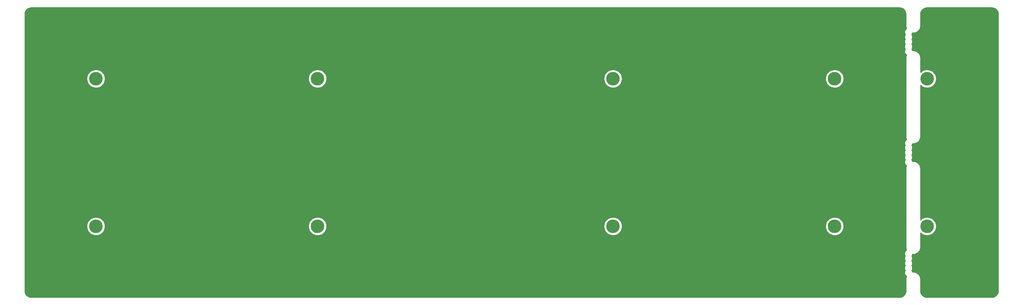
<source format=gbr>
G04 #@! TF.GenerationSoftware,KiCad,Pcbnew,(5.1.10-1-10_14)*
G04 #@! TF.CreationDate,2021-08-14T15:39:06-05:00*
G04 #@! TF.ProjectId,ori_bottom_plate,6f72695f-626f-4747-946f-6d5f706c6174,rev?*
G04 #@! TF.SameCoordinates,Original*
G04 #@! TF.FileFunction,Copper,L2,Bot*
G04 #@! TF.FilePolarity,Positive*
%FSLAX46Y46*%
G04 Gerber Fmt 4.6, Leading zero omitted, Abs format (unit mm)*
G04 Created by KiCad (PCBNEW (5.1.10-1-10_14)) date 2021-08-14 15:39:06*
%MOMM*%
%LPD*%
G01*
G04 APERTURE LIST*
G04 #@! TA.AperFunction,ComponentPad*
%ADD10C,3.500000*%
G04 #@! TD*
G04 #@! TA.AperFunction,ViaPad*
%ADD11C,0.500000*%
G04 #@! TD*
G04 #@! TA.AperFunction,Conductor*
%ADD12C,0.254000*%
G04 #@! TD*
G04 #@! TA.AperFunction,Conductor*
%ADD13C,0.100000*%
G04 #@! TD*
G04 APERTURE END LIST*
D10*
X379835826Y-97618904D03*
X379835826Y-59518936D03*
X356023346Y-97618904D03*
X356023346Y-59518936D03*
X298873394Y-97618904D03*
X298848130Y-59518936D03*
X222673458Y-97618904D03*
X222673458Y-59518936D03*
X165523506Y-97618904D03*
X165523314Y-59518904D03*
D11*
X373287865Y-49398485D03*
X385194165Y-59518840D03*
D12*
X396829101Y-41213928D02*
X397140721Y-41308012D01*
X397428128Y-41460828D01*
X397680375Y-41666557D01*
X397887864Y-41917367D01*
X398042684Y-42203701D01*
X398138940Y-42514654D01*
X398176411Y-42871163D01*
X398176410Y-114253099D01*
X398141242Y-114611772D01*
X398047158Y-114923390D01*
X397894340Y-115210799D01*
X397688613Y-115463045D01*
X397437803Y-115670534D01*
X397151469Y-115825354D01*
X396840516Y-115921610D01*
X396484017Y-115959080D01*
X379871051Y-115959080D01*
X379512378Y-115923912D01*
X379200760Y-115829828D01*
X378913351Y-115677010D01*
X378661105Y-115471283D01*
X378453616Y-115220473D01*
X378298796Y-114934139D01*
X378202540Y-114623186D01*
X378165070Y-114266687D01*
X378165070Y-111276368D01*
X378161566Y-111240790D01*
X378161566Y-111225337D01*
X378160529Y-111215478D01*
X378134627Y-110984556D01*
X378121255Y-110921644D01*
X378108749Y-110858485D01*
X378105817Y-110849015D01*
X378035555Y-110627523D01*
X378010214Y-110568399D01*
X377985683Y-110508882D01*
X377980968Y-110500161D01*
X377869023Y-110296534D01*
X377832685Y-110243464D01*
X377797055Y-110189836D01*
X377790736Y-110182198D01*
X377641371Y-110004192D01*
X377595422Y-109959196D01*
X377550051Y-109913507D01*
X377542368Y-109907242D01*
X377361273Y-109761638D01*
X377307477Y-109726435D01*
X377254078Y-109690417D01*
X377245325Y-109685763D01*
X377039398Y-109578107D01*
X376979712Y-109553992D01*
X376920411Y-109529064D01*
X376910921Y-109526199D01*
X376688005Y-109460591D01*
X376624787Y-109448531D01*
X376561756Y-109435593D01*
X376551894Y-109434626D01*
X376551890Y-109434626D01*
X376320476Y-109413566D01*
X376256161Y-109414015D01*
X376191780Y-109413566D01*
X376181914Y-109414533D01*
X376058145Y-109427542D01*
X376043676Y-109354802D01*
X375965655Y-109166444D01*
X375875622Y-109031700D01*
X375965655Y-108896956D01*
X376043676Y-108708598D01*
X376083450Y-108508639D01*
X376083450Y-108304761D01*
X376043676Y-108104802D01*
X375965655Y-107916444D01*
X375875622Y-107781700D01*
X375965655Y-107646956D01*
X376043676Y-107458598D01*
X376083450Y-107258639D01*
X376083450Y-107054761D01*
X376043676Y-106854802D01*
X375965655Y-106666444D01*
X375875622Y-106531700D01*
X375965655Y-106396956D01*
X376043676Y-106208598D01*
X376083450Y-106008639D01*
X376083450Y-105804761D01*
X376043676Y-105604802D01*
X375965655Y-105416444D01*
X375875622Y-105281700D01*
X375965655Y-105146956D01*
X376043676Y-104958598D01*
X376063033Y-104861284D01*
X376208404Y-104874514D01*
X376272719Y-104874065D01*
X376337100Y-104874514D01*
X376346966Y-104873547D01*
X376578063Y-104849258D01*
X376641100Y-104836318D01*
X376704312Y-104824260D01*
X376713802Y-104821395D01*
X376935781Y-104752681D01*
X376995101Y-104727745D01*
X377054769Y-104703637D01*
X377063522Y-104698983D01*
X377267925Y-104588462D01*
X377321234Y-104552505D01*
X377375121Y-104517242D01*
X377382803Y-104510977D01*
X377561847Y-104362858D01*
X377607165Y-104317222D01*
X377653167Y-104272174D01*
X377659486Y-104264535D01*
X377806351Y-104084461D01*
X377841969Y-104030852D01*
X377878319Y-103977764D01*
X377883034Y-103969044D01*
X377992125Y-103763873D01*
X378016646Y-103704382D01*
X378041997Y-103645233D01*
X378044928Y-103635763D01*
X378112091Y-103413310D01*
X378124579Y-103350242D01*
X378137971Y-103287238D01*
X378139007Y-103277379D01*
X378161682Y-103046118D01*
X378161682Y-103046112D01*
X378165070Y-103011712D01*
X378165070Y-99321047D01*
X378315477Y-99471454D01*
X378706105Y-99732464D01*
X379140147Y-99912250D01*
X379600924Y-100003904D01*
X380070728Y-100003904D01*
X380531505Y-99912250D01*
X380965547Y-99732464D01*
X381356175Y-99471454D01*
X381688376Y-99139253D01*
X381949386Y-98748625D01*
X382129172Y-98314583D01*
X382220826Y-97853806D01*
X382220826Y-97384002D01*
X382129172Y-96923225D01*
X381949386Y-96489183D01*
X381688376Y-96098555D01*
X381356175Y-95766354D01*
X380965547Y-95505344D01*
X380531505Y-95325558D01*
X380070728Y-95233904D01*
X379600924Y-95233904D01*
X379140147Y-95325558D01*
X378706105Y-95505344D01*
X378315477Y-95766354D01*
X378165070Y-95916761D01*
X378165070Y-82701248D01*
X378161566Y-82665670D01*
X378161566Y-82650217D01*
X378160529Y-82640358D01*
X378134627Y-82409436D01*
X378121255Y-82346524D01*
X378108749Y-82283365D01*
X378105817Y-82273895D01*
X378035555Y-82052403D01*
X378010214Y-81993279D01*
X377985683Y-81933762D01*
X377980968Y-81925041D01*
X377869023Y-81721414D01*
X377832685Y-81668344D01*
X377797055Y-81614716D01*
X377790736Y-81607078D01*
X377641371Y-81429072D01*
X377595422Y-81384076D01*
X377550051Y-81338387D01*
X377542368Y-81332122D01*
X377361273Y-81186518D01*
X377307477Y-81151315D01*
X377254078Y-81115297D01*
X377245325Y-81110643D01*
X377039398Y-81002987D01*
X376979712Y-80978872D01*
X376920411Y-80953944D01*
X376910921Y-80951079D01*
X376688005Y-80885471D01*
X376624787Y-80873411D01*
X376561756Y-80860473D01*
X376551894Y-80859506D01*
X376551890Y-80859506D01*
X376320476Y-80838446D01*
X376256161Y-80838895D01*
X376191780Y-80838446D01*
X376181914Y-80839413D01*
X376058145Y-80852422D01*
X376043676Y-80779682D01*
X375965655Y-80591324D01*
X375875622Y-80456580D01*
X375965655Y-80321836D01*
X376043676Y-80133478D01*
X376083450Y-79933519D01*
X376083450Y-79729641D01*
X376043676Y-79529682D01*
X375965655Y-79341324D01*
X375875622Y-79206580D01*
X375965655Y-79071836D01*
X376043676Y-78883478D01*
X376083450Y-78683519D01*
X376083450Y-78479641D01*
X376043676Y-78279682D01*
X375965655Y-78091324D01*
X375875622Y-77956580D01*
X375965655Y-77821836D01*
X376043676Y-77633478D01*
X376083450Y-77433519D01*
X376083450Y-77229641D01*
X376043676Y-77029682D01*
X375965655Y-76841324D01*
X375875622Y-76706580D01*
X375965655Y-76571836D01*
X376043676Y-76383478D01*
X376063033Y-76286164D01*
X376208404Y-76299394D01*
X376272719Y-76298945D01*
X376337100Y-76299394D01*
X376346966Y-76298427D01*
X376578063Y-76274138D01*
X376641100Y-76261198D01*
X376704312Y-76249140D01*
X376713802Y-76246275D01*
X376935781Y-76177561D01*
X376995101Y-76152625D01*
X377054769Y-76128517D01*
X377063522Y-76123863D01*
X377267925Y-76013342D01*
X377321234Y-75977385D01*
X377375121Y-75942122D01*
X377382803Y-75935857D01*
X377561847Y-75787738D01*
X377607165Y-75742102D01*
X377653167Y-75697054D01*
X377659486Y-75689415D01*
X377806351Y-75509341D01*
X377841969Y-75455732D01*
X377878319Y-75402644D01*
X377883034Y-75393924D01*
X377992125Y-75188753D01*
X378016646Y-75129262D01*
X378041997Y-75070113D01*
X378044928Y-75060643D01*
X378112091Y-74838190D01*
X378124579Y-74775122D01*
X378137971Y-74712118D01*
X378139007Y-74702259D01*
X378161682Y-74470998D01*
X378161682Y-74470992D01*
X378165070Y-74436592D01*
X378165070Y-61221079D01*
X378315477Y-61371486D01*
X378706105Y-61632496D01*
X379140147Y-61812282D01*
X379600924Y-61903936D01*
X380070728Y-61903936D01*
X380531505Y-61812282D01*
X380965547Y-61632496D01*
X381356175Y-61371486D01*
X381688376Y-61039285D01*
X381949386Y-60648657D01*
X382129172Y-60214615D01*
X382220826Y-59753838D01*
X382220826Y-59284034D01*
X382129172Y-58823257D01*
X381949386Y-58389215D01*
X381688376Y-57998587D01*
X381356175Y-57666386D01*
X380965547Y-57405376D01*
X380531505Y-57225590D01*
X380070728Y-57133936D01*
X379600924Y-57133936D01*
X379140147Y-57225590D01*
X378706105Y-57405376D01*
X378315477Y-57666386D01*
X378165070Y-57816793D01*
X378165070Y-54126128D01*
X378161566Y-54090550D01*
X378161566Y-54075097D01*
X378160529Y-54065238D01*
X378134627Y-53834316D01*
X378121255Y-53771404D01*
X378108749Y-53708245D01*
X378105817Y-53698775D01*
X378035555Y-53477283D01*
X378010214Y-53418159D01*
X377985683Y-53358642D01*
X377980968Y-53349921D01*
X377869023Y-53146294D01*
X377832685Y-53093224D01*
X377797055Y-53039596D01*
X377790736Y-53031958D01*
X377641371Y-52853952D01*
X377595422Y-52808956D01*
X377550051Y-52763267D01*
X377542368Y-52757002D01*
X377361273Y-52611398D01*
X377307477Y-52576195D01*
X377254078Y-52540177D01*
X377245325Y-52535523D01*
X377039398Y-52427867D01*
X376979712Y-52403752D01*
X376920411Y-52378824D01*
X376910921Y-52375959D01*
X376688005Y-52310351D01*
X376624787Y-52298291D01*
X376561756Y-52285353D01*
X376551894Y-52284386D01*
X376551890Y-52284386D01*
X376320476Y-52263326D01*
X376256161Y-52263775D01*
X376191780Y-52263326D01*
X376181914Y-52264293D01*
X376060611Y-52277042D01*
X376043676Y-52191902D01*
X375965655Y-52003544D01*
X375875622Y-51868800D01*
X375965655Y-51734056D01*
X376043676Y-51545698D01*
X376083450Y-51345739D01*
X376083450Y-51141861D01*
X376043676Y-50941902D01*
X375965655Y-50753544D01*
X375875622Y-50618800D01*
X375965655Y-50484056D01*
X376043676Y-50295698D01*
X376083450Y-50095739D01*
X376083450Y-49891861D01*
X376043676Y-49691902D01*
X375965655Y-49503544D01*
X375875622Y-49368800D01*
X375965655Y-49234056D01*
X376043676Y-49045698D01*
X376083450Y-48845739D01*
X376083450Y-48641861D01*
X376043676Y-48441902D01*
X375965655Y-48253544D01*
X375875622Y-48118800D01*
X375965655Y-47984056D01*
X376043676Y-47795698D01*
X376060559Y-47710819D01*
X376208404Y-47724274D01*
X376272719Y-47723825D01*
X376337100Y-47724274D01*
X376346966Y-47723307D01*
X376578063Y-47699018D01*
X376641100Y-47686078D01*
X376704312Y-47674020D01*
X376713802Y-47671155D01*
X376935781Y-47602441D01*
X376995101Y-47577505D01*
X377054769Y-47553397D01*
X377063522Y-47548743D01*
X377267925Y-47438222D01*
X377321234Y-47402265D01*
X377375121Y-47367002D01*
X377382803Y-47360737D01*
X377561847Y-47212618D01*
X377607165Y-47166982D01*
X377653167Y-47121934D01*
X377659486Y-47114295D01*
X377806351Y-46934221D01*
X377841969Y-46880612D01*
X377878319Y-46827524D01*
X377883034Y-46818804D01*
X377992125Y-46613633D01*
X378016646Y-46554142D01*
X378041997Y-46494993D01*
X378044928Y-46485523D01*
X378112091Y-46263070D01*
X378124579Y-46200002D01*
X378137971Y-46136998D01*
X378139007Y-46127139D01*
X378161682Y-45895878D01*
X378161682Y-45895872D01*
X378165070Y-45861472D01*
X378165070Y-42884741D01*
X378200238Y-42526069D01*
X378294322Y-42214449D01*
X378447138Y-41927042D01*
X378652867Y-41674795D01*
X378903677Y-41467306D01*
X379190011Y-41312486D01*
X379500964Y-41216230D01*
X379857463Y-41178760D01*
X396470429Y-41178760D01*
X396829101Y-41213928D01*
G04 #@! TA.AperFunction,Conductor*
D13*
G36*
X396829101Y-41213928D02*
G01*
X397140721Y-41308012D01*
X397428128Y-41460828D01*
X397680375Y-41666557D01*
X397887864Y-41917367D01*
X398042684Y-42203701D01*
X398138940Y-42514654D01*
X398176411Y-42871163D01*
X398176410Y-114253099D01*
X398141242Y-114611772D01*
X398047158Y-114923390D01*
X397894340Y-115210799D01*
X397688613Y-115463045D01*
X397437803Y-115670534D01*
X397151469Y-115825354D01*
X396840516Y-115921610D01*
X396484017Y-115959080D01*
X379871051Y-115959080D01*
X379512378Y-115923912D01*
X379200760Y-115829828D01*
X378913351Y-115677010D01*
X378661105Y-115471283D01*
X378453616Y-115220473D01*
X378298796Y-114934139D01*
X378202540Y-114623186D01*
X378165070Y-114266687D01*
X378165070Y-111276368D01*
X378161566Y-111240790D01*
X378161566Y-111225337D01*
X378160529Y-111215478D01*
X378134627Y-110984556D01*
X378121255Y-110921644D01*
X378108749Y-110858485D01*
X378105817Y-110849015D01*
X378035555Y-110627523D01*
X378010214Y-110568399D01*
X377985683Y-110508882D01*
X377980968Y-110500161D01*
X377869023Y-110296534D01*
X377832685Y-110243464D01*
X377797055Y-110189836D01*
X377790736Y-110182198D01*
X377641371Y-110004192D01*
X377595422Y-109959196D01*
X377550051Y-109913507D01*
X377542368Y-109907242D01*
X377361273Y-109761638D01*
X377307477Y-109726435D01*
X377254078Y-109690417D01*
X377245325Y-109685763D01*
X377039398Y-109578107D01*
X376979712Y-109553992D01*
X376920411Y-109529064D01*
X376910921Y-109526199D01*
X376688005Y-109460591D01*
X376624787Y-109448531D01*
X376561756Y-109435593D01*
X376551894Y-109434626D01*
X376551890Y-109434626D01*
X376320476Y-109413566D01*
X376256161Y-109414015D01*
X376191780Y-109413566D01*
X376181914Y-109414533D01*
X376058145Y-109427542D01*
X376043676Y-109354802D01*
X375965655Y-109166444D01*
X375875622Y-109031700D01*
X375965655Y-108896956D01*
X376043676Y-108708598D01*
X376083450Y-108508639D01*
X376083450Y-108304761D01*
X376043676Y-108104802D01*
X375965655Y-107916444D01*
X375875622Y-107781700D01*
X375965655Y-107646956D01*
X376043676Y-107458598D01*
X376083450Y-107258639D01*
X376083450Y-107054761D01*
X376043676Y-106854802D01*
X375965655Y-106666444D01*
X375875622Y-106531700D01*
X375965655Y-106396956D01*
X376043676Y-106208598D01*
X376083450Y-106008639D01*
X376083450Y-105804761D01*
X376043676Y-105604802D01*
X375965655Y-105416444D01*
X375875622Y-105281700D01*
X375965655Y-105146956D01*
X376043676Y-104958598D01*
X376063033Y-104861284D01*
X376208404Y-104874514D01*
X376272719Y-104874065D01*
X376337100Y-104874514D01*
X376346966Y-104873547D01*
X376578063Y-104849258D01*
X376641100Y-104836318D01*
X376704312Y-104824260D01*
X376713802Y-104821395D01*
X376935781Y-104752681D01*
X376995101Y-104727745D01*
X377054769Y-104703637D01*
X377063522Y-104698983D01*
X377267925Y-104588462D01*
X377321234Y-104552505D01*
X377375121Y-104517242D01*
X377382803Y-104510977D01*
X377561847Y-104362858D01*
X377607165Y-104317222D01*
X377653167Y-104272174D01*
X377659486Y-104264535D01*
X377806351Y-104084461D01*
X377841969Y-104030852D01*
X377878319Y-103977764D01*
X377883034Y-103969044D01*
X377992125Y-103763873D01*
X378016646Y-103704382D01*
X378041997Y-103645233D01*
X378044928Y-103635763D01*
X378112091Y-103413310D01*
X378124579Y-103350242D01*
X378137971Y-103287238D01*
X378139007Y-103277379D01*
X378161682Y-103046118D01*
X378161682Y-103046112D01*
X378165070Y-103011712D01*
X378165070Y-99321047D01*
X378315477Y-99471454D01*
X378706105Y-99732464D01*
X379140147Y-99912250D01*
X379600924Y-100003904D01*
X380070728Y-100003904D01*
X380531505Y-99912250D01*
X380965547Y-99732464D01*
X381356175Y-99471454D01*
X381688376Y-99139253D01*
X381949386Y-98748625D01*
X382129172Y-98314583D01*
X382220826Y-97853806D01*
X382220826Y-97384002D01*
X382129172Y-96923225D01*
X381949386Y-96489183D01*
X381688376Y-96098555D01*
X381356175Y-95766354D01*
X380965547Y-95505344D01*
X380531505Y-95325558D01*
X380070728Y-95233904D01*
X379600924Y-95233904D01*
X379140147Y-95325558D01*
X378706105Y-95505344D01*
X378315477Y-95766354D01*
X378165070Y-95916761D01*
X378165070Y-82701248D01*
X378161566Y-82665670D01*
X378161566Y-82650217D01*
X378160529Y-82640358D01*
X378134627Y-82409436D01*
X378121255Y-82346524D01*
X378108749Y-82283365D01*
X378105817Y-82273895D01*
X378035555Y-82052403D01*
X378010214Y-81993279D01*
X377985683Y-81933762D01*
X377980968Y-81925041D01*
X377869023Y-81721414D01*
X377832685Y-81668344D01*
X377797055Y-81614716D01*
X377790736Y-81607078D01*
X377641371Y-81429072D01*
X377595422Y-81384076D01*
X377550051Y-81338387D01*
X377542368Y-81332122D01*
X377361273Y-81186518D01*
X377307477Y-81151315D01*
X377254078Y-81115297D01*
X377245325Y-81110643D01*
X377039398Y-81002987D01*
X376979712Y-80978872D01*
X376920411Y-80953944D01*
X376910921Y-80951079D01*
X376688005Y-80885471D01*
X376624787Y-80873411D01*
X376561756Y-80860473D01*
X376551894Y-80859506D01*
X376551890Y-80859506D01*
X376320476Y-80838446D01*
X376256161Y-80838895D01*
X376191780Y-80838446D01*
X376181914Y-80839413D01*
X376058145Y-80852422D01*
X376043676Y-80779682D01*
X375965655Y-80591324D01*
X375875622Y-80456580D01*
X375965655Y-80321836D01*
X376043676Y-80133478D01*
X376083450Y-79933519D01*
X376083450Y-79729641D01*
X376043676Y-79529682D01*
X375965655Y-79341324D01*
X375875622Y-79206580D01*
X375965655Y-79071836D01*
X376043676Y-78883478D01*
X376083450Y-78683519D01*
X376083450Y-78479641D01*
X376043676Y-78279682D01*
X375965655Y-78091324D01*
X375875622Y-77956580D01*
X375965655Y-77821836D01*
X376043676Y-77633478D01*
X376083450Y-77433519D01*
X376083450Y-77229641D01*
X376043676Y-77029682D01*
X375965655Y-76841324D01*
X375875622Y-76706580D01*
X375965655Y-76571836D01*
X376043676Y-76383478D01*
X376063033Y-76286164D01*
X376208404Y-76299394D01*
X376272719Y-76298945D01*
X376337100Y-76299394D01*
X376346966Y-76298427D01*
X376578063Y-76274138D01*
X376641100Y-76261198D01*
X376704312Y-76249140D01*
X376713802Y-76246275D01*
X376935781Y-76177561D01*
X376995101Y-76152625D01*
X377054769Y-76128517D01*
X377063522Y-76123863D01*
X377267925Y-76013342D01*
X377321234Y-75977385D01*
X377375121Y-75942122D01*
X377382803Y-75935857D01*
X377561847Y-75787738D01*
X377607165Y-75742102D01*
X377653167Y-75697054D01*
X377659486Y-75689415D01*
X377806351Y-75509341D01*
X377841969Y-75455732D01*
X377878319Y-75402644D01*
X377883034Y-75393924D01*
X377992125Y-75188753D01*
X378016646Y-75129262D01*
X378041997Y-75070113D01*
X378044928Y-75060643D01*
X378112091Y-74838190D01*
X378124579Y-74775122D01*
X378137971Y-74712118D01*
X378139007Y-74702259D01*
X378161682Y-74470998D01*
X378161682Y-74470992D01*
X378165070Y-74436592D01*
X378165070Y-61221079D01*
X378315477Y-61371486D01*
X378706105Y-61632496D01*
X379140147Y-61812282D01*
X379600924Y-61903936D01*
X380070728Y-61903936D01*
X380531505Y-61812282D01*
X380965547Y-61632496D01*
X381356175Y-61371486D01*
X381688376Y-61039285D01*
X381949386Y-60648657D01*
X382129172Y-60214615D01*
X382220826Y-59753838D01*
X382220826Y-59284034D01*
X382129172Y-58823257D01*
X381949386Y-58389215D01*
X381688376Y-57998587D01*
X381356175Y-57666386D01*
X380965547Y-57405376D01*
X380531505Y-57225590D01*
X380070728Y-57133936D01*
X379600924Y-57133936D01*
X379140147Y-57225590D01*
X378706105Y-57405376D01*
X378315477Y-57666386D01*
X378165070Y-57816793D01*
X378165070Y-54126128D01*
X378161566Y-54090550D01*
X378161566Y-54075097D01*
X378160529Y-54065238D01*
X378134627Y-53834316D01*
X378121255Y-53771404D01*
X378108749Y-53708245D01*
X378105817Y-53698775D01*
X378035555Y-53477283D01*
X378010214Y-53418159D01*
X377985683Y-53358642D01*
X377980968Y-53349921D01*
X377869023Y-53146294D01*
X377832685Y-53093224D01*
X377797055Y-53039596D01*
X377790736Y-53031958D01*
X377641371Y-52853952D01*
X377595422Y-52808956D01*
X377550051Y-52763267D01*
X377542368Y-52757002D01*
X377361273Y-52611398D01*
X377307477Y-52576195D01*
X377254078Y-52540177D01*
X377245325Y-52535523D01*
X377039398Y-52427867D01*
X376979712Y-52403752D01*
X376920411Y-52378824D01*
X376910921Y-52375959D01*
X376688005Y-52310351D01*
X376624787Y-52298291D01*
X376561756Y-52285353D01*
X376551894Y-52284386D01*
X376551890Y-52284386D01*
X376320476Y-52263326D01*
X376256161Y-52263775D01*
X376191780Y-52263326D01*
X376181914Y-52264293D01*
X376060611Y-52277042D01*
X376043676Y-52191902D01*
X375965655Y-52003544D01*
X375875622Y-51868800D01*
X375965655Y-51734056D01*
X376043676Y-51545698D01*
X376083450Y-51345739D01*
X376083450Y-51141861D01*
X376043676Y-50941902D01*
X375965655Y-50753544D01*
X375875622Y-50618800D01*
X375965655Y-50484056D01*
X376043676Y-50295698D01*
X376083450Y-50095739D01*
X376083450Y-49891861D01*
X376043676Y-49691902D01*
X375965655Y-49503544D01*
X375875622Y-49368800D01*
X375965655Y-49234056D01*
X376043676Y-49045698D01*
X376083450Y-48845739D01*
X376083450Y-48641861D01*
X376043676Y-48441902D01*
X375965655Y-48253544D01*
X375875622Y-48118800D01*
X375965655Y-47984056D01*
X376043676Y-47795698D01*
X376060559Y-47710819D01*
X376208404Y-47724274D01*
X376272719Y-47723825D01*
X376337100Y-47724274D01*
X376346966Y-47723307D01*
X376578063Y-47699018D01*
X376641100Y-47686078D01*
X376704312Y-47674020D01*
X376713802Y-47671155D01*
X376935781Y-47602441D01*
X376995101Y-47577505D01*
X377054769Y-47553397D01*
X377063522Y-47548743D01*
X377267925Y-47438222D01*
X377321234Y-47402265D01*
X377375121Y-47367002D01*
X377382803Y-47360737D01*
X377561847Y-47212618D01*
X377607165Y-47166982D01*
X377653167Y-47121934D01*
X377659486Y-47114295D01*
X377806351Y-46934221D01*
X377841969Y-46880612D01*
X377878319Y-46827524D01*
X377883034Y-46818804D01*
X377992125Y-46613633D01*
X378016646Y-46554142D01*
X378041997Y-46494993D01*
X378044928Y-46485523D01*
X378112091Y-46263070D01*
X378124579Y-46200002D01*
X378137971Y-46136998D01*
X378139007Y-46127139D01*
X378161682Y-45895878D01*
X378161682Y-45895872D01*
X378165070Y-45861472D01*
X378165070Y-42884741D01*
X378200238Y-42526069D01*
X378294322Y-42214449D01*
X378447138Y-41927042D01*
X378652867Y-41674795D01*
X378903677Y-41467306D01*
X379190011Y-41312486D01*
X379500964Y-41216230D01*
X379857463Y-41178760D01*
X396470429Y-41178760D01*
X396829101Y-41213928D01*
G37*
G04 #@! TD.AperFunction*
D12*
X373016501Y-41213928D02*
X373328121Y-41308012D01*
X373615528Y-41460828D01*
X373867775Y-41666557D01*
X374075264Y-41917367D01*
X374230084Y-42203701D01*
X374326340Y-42514654D01*
X374363810Y-42871153D01*
X374363811Y-45861472D01*
X374367314Y-45897040D01*
X374367314Y-45912503D01*
X374368351Y-45922362D01*
X374394253Y-46153284D01*
X374407625Y-46216196D01*
X374420131Y-46279355D01*
X374423063Y-46288824D01*
X374493325Y-46510317D01*
X374518666Y-46569441D01*
X374529513Y-46595759D01*
X374388676Y-46689863D01*
X374244513Y-46834026D01*
X374131245Y-47003544D01*
X374053224Y-47191902D01*
X374013450Y-47391861D01*
X374013450Y-47595739D01*
X374053224Y-47795698D01*
X374131245Y-47984056D01*
X374221278Y-48118800D01*
X374131245Y-48253544D01*
X374053224Y-48441902D01*
X374013450Y-48641861D01*
X374013450Y-48845739D01*
X374053224Y-49045698D01*
X374131245Y-49234056D01*
X374221278Y-49368800D01*
X374131245Y-49503544D01*
X374053224Y-49691902D01*
X374013450Y-49891861D01*
X374013450Y-50095739D01*
X374053224Y-50295698D01*
X374131245Y-50484056D01*
X374221278Y-50618800D01*
X374131245Y-50753544D01*
X374053224Y-50941902D01*
X374013450Y-51141861D01*
X374013450Y-51345739D01*
X374053224Y-51545698D01*
X374131245Y-51734056D01*
X374221278Y-51868800D01*
X374131245Y-52003544D01*
X374053224Y-52191902D01*
X374013450Y-52391861D01*
X374013450Y-52595739D01*
X374053224Y-52795698D01*
X374131245Y-52984056D01*
X374244513Y-53153574D01*
X374388676Y-53297737D01*
X374529415Y-53391775D01*
X374512234Y-53433458D01*
X374486883Y-53492607D01*
X374483952Y-53502077D01*
X374416789Y-53724530D01*
X374404300Y-53787605D01*
X374390909Y-53850602D01*
X374389873Y-53860461D01*
X374367198Y-54091722D01*
X374367198Y-54091729D01*
X374363810Y-54126129D01*
X374363811Y-74436592D01*
X374367314Y-74472160D01*
X374367314Y-74487623D01*
X374368351Y-74497482D01*
X374394253Y-74728404D01*
X374407625Y-74791316D01*
X374420131Y-74854475D01*
X374423063Y-74863944D01*
X374493325Y-75085437D01*
X374518666Y-75144561D01*
X374533605Y-75180805D01*
X374388676Y-75277643D01*
X374244513Y-75421806D01*
X374131245Y-75591324D01*
X374053224Y-75779682D01*
X374013450Y-75979641D01*
X374013450Y-76183519D01*
X374053224Y-76383478D01*
X374131245Y-76571836D01*
X374221278Y-76706580D01*
X374131245Y-76841324D01*
X374053224Y-77029682D01*
X374013450Y-77229641D01*
X374013450Y-77433519D01*
X374053224Y-77633478D01*
X374131245Y-77821836D01*
X374221278Y-77956580D01*
X374131245Y-78091324D01*
X374053224Y-78279682D01*
X374013450Y-78479641D01*
X374013450Y-78683519D01*
X374053224Y-78883478D01*
X374131245Y-79071836D01*
X374221278Y-79206580D01*
X374131245Y-79341324D01*
X374053224Y-79529682D01*
X374013450Y-79729641D01*
X374013450Y-79933519D01*
X374053224Y-80133478D01*
X374131245Y-80321836D01*
X374221278Y-80456580D01*
X374131245Y-80591324D01*
X374053224Y-80779682D01*
X374013450Y-80979641D01*
X374013450Y-81183519D01*
X374053224Y-81383478D01*
X374131245Y-81571836D01*
X374244513Y-81741354D01*
X374388676Y-81885517D01*
X374525324Y-81976822D01*
X374512234Y-82008578D01*
X374486883Y-82067727D01*
X374483952Y-82077197D01*
X374416789Y-82299650D01*
X374404300Y-82362725D01*
X374390909Y-82425722D01*
X374389873Y-82435581D01*
X374367198Y-82666842D01*
X374367198Y-82666849D01*
X374363810Y-82701249D01*
X374363811Y-103011712D01*
X374367314Y-103047280D01*
X374367314Y-103062743D01*
X374368351Y-103072602D01*
X374394253Y-103303524D01*
X374407625Y-103366436D01*
X374420131Y-103429595D01*
X374423063Y-103439064D01*
X374493325Y-103660557D01*
X374518666Y-103719681D01*
X374533605Y-103755925D01*
X374388676Y-103852763D01*
X374244513Y-103996926D01*
X374131245Y-104166444D01*
X374053224Y-104354802D01*
X374013450Y-104554761D01*
X374013450Y-104758639D01*
X374053224Y-104958598D01*
X374131245Y-105146956D01*
X374221278Y-105281700D01*
X374131245Y-105416444D01*
X374053224Y-105604802D01*
X374013450Y-105804761D01*
X374013450Y-106008639D01*
X374053224Y-106208598D01*
X374131245Y-106396956D01*
X374221278Y-106531700D01*
X374131245Y-106666444D01*
X374053224Y-106854802D01*
X374013450Y-107054761D01*
X374013450Y-107258639D01*
X374053224Y-107458598D01*
X374131245Y-107646956D01*
X374221278Y-107781700D01*
X374131245Y-107916444D01*
X374053224Y-108104802D01*
X374013450Y-108304761D01*
X374013450Y-108508639D01*
X374053224Y-108708598D01*
X374131245Y-108896956D01*
X374221278Y-109031700D01*
X374131245Y-109166444D01*
X374053224Y-109354802D01*
X374013450Y-109554761D01*
X374013450Y-109758639D01*
X374053224Y-109958598D01*
X374131245Y-110146956D01*
X374244513Y-110316474D01*
X374388676Y-110460637D01*
X374525324Y-110551942D01*
X374512234Y-110583698D01*
X374486883Y-110642847D01*
X374483952Y-110652317D01*
X374416789Y-110874770D01*
X374404300Y-110937845D01*
X374390909Y-111000842D01*
X374389873Y-111010701D01*
X374367198Y-111241962D01*
X374367198Y-111241969D01*
X374363810Y-111276369D01*
X374363811Y-114253089D01*
X374328642Y-114611772D01*
X374234558Y-114923390D01*
X374081740Y-115210799D01*
X373876013Y-115463045D01*
X373625203Y-115670534D01*
X373338869Y-115825354D01*
X373027916Y-115921610D01*
X372671417Y-115959080D01*
X148888831Y-115959080D01*
X148530158Y-115923912D01*
X148218540Y-115829828D01*
X147931131Y-115677010D01*
X147678885Y-115471283D01*
X147471396Y-115220473D01*
X147316576Y-114934139D01*
X147220320Y-114623186D01*
X147182850Y-114266687D01*
X147182850Y-97384002D01*
X163138506Y-97384002D01*
X163138506Y-97853806D01*
X163230160Y-98314583D01*
X163409946Y-98748625D01*
X163670956Y-99139253D01*
X164003157Y-99471454D01*
X164393785Y-99732464D01*
X164827827Y-99912250D01*
X165288604Y-100003904D01*
X165758408Y-100003904D01*
X166219185Y-99912250D01*
X166653227Y-99732464D01*
X167043855Y-99471454D01*
X167376056Y-99139253D01*
X167637066Y-98748625D01*
X167816852Y-98314583D01*
X167908506Y-97853806D01*
X167908506Y-97384002D01*
X220288458Y-97384002D01*
X220288458Y-97853806D01*
X220380112Y-98314583D01*
X220559898Y-98748625D01*
X220820908Y-99139253D01*
X221153109Y-99471454D01*
X221543737Y-99732464D01*
X221977779Y-99912250D01*
X222438556Y-100003904D01*
X222908360Y-100003904D01*
X223369137Y-99912250D01*
X223803179Y-99732464D01*
X224193807Y-99471454D01*
X224526008Y-99139253D01*
X224787018Y-98748625D01*
X224966804Y-98314583D01*
X225058458Y-97853806D01*
X225058458Y-97384002D01*
X296488394Y-97384002D01*
X296488394Y-97853806D01*
X296580048Y-98314583D01*
X296759834Y-98748625D01*
X297020844Y-99139253D01*
X297353045Y-99471454D01*
X297743673Y-99732464D01*
X298177715Y-99912250D01*
X298638492Y-100003904D01*
X299108296Y-100003904D01*
X299569073Y-99912250D01*
X300003115Y-99732464D01*
X300393743Y-99471454D01*
X300725944Y-99139253D01*
X300986954Y-98748625D01*
X301166740Y-98314583D01*
X301258394Y-97853806D01*
X301258394Y-97384002D01*
X353638346Y-97384002D01*
X353638346Y-97853806D01*
X353730000Y-98314583D01*
X353909786Y-98748625D01*
X354170796Y-99139253D01*
X354502997Y-99471454D01*
X354893625Y-99732464D01*
X355327667Y-99912250D01*
X355788444Y-100003904D01*
X356258248Y-100003904D01*
X356719025Y-99912250D01*
X357153067Y-99732464D01*
X357543695Y-99471454D01*
X357875896Y-99139253D01*
X358136906Y-98748625D01*
X358316692Y-98314583D01*
X358408346Y-97853806D01*
X358408346Y-97384002D01*
X358316692Y-96923225D01*
X358136906Y-96489183D01*
X357875896Y-96098555D01*
X357543695Y-95766354D01*
X357153067Y-95505344D01*
X356719025Y-95325558D01*
X356258248Y-95233904D01*
X355788444Y-95233904D01*
X355327667Y-95325558D01*
X354893625Y-95505344D01*
X354502997Y-95766354D01*
X354170796Y-96098555D01*
X353909786Y-96489183D01*
X353730000Y-96923225D01*
X353638346Y-97384002D01*
X301258394Y-97384002D01*
X301166740Y-96923225D01*
X300986954Y-96489183D01*
X300725944Y-96098555D01*
X300393743Y-95766354D01*
X300003115Y-95505344D01*
X299569073Y-95325558D01*
X299108296Y-95233904D01*
X298638492Y-95233904D01*
X298177715Y-95325558D01*
X297743673Y-95505344D01*
X297353045Y-95766354D01*
X297020844Y-96098555D01*
X296759834Y-96489183D01*
X296580048Y-96923225D01*
X296488394Y-97384002D01*
X225058458Y-97384002D01*
X224966804Y-96923225D01*
X224787018Y-96489183D01*
X224526008Y-96098555D01*
X224193807Y-95766354D01*
X223803179Y-95505344D01*
X223369137Y-95325558D01*
X222908360Y-95233904D01*
X222438556Y-95233904D01*
X221977779Y-95325558D01*
X221543737Y-95505344D01*
X221153109Y-95766354D01*
X220820908Y-96098555D01*
X220559898Y-96489183D01*
X220380112Y-96923225D01*
X220288458Y-97384002D01*
X167908506Y-97384002D01*
X167816852Y-96923225D01*
X167637066Y-96489183D01*
X167376056Y-96098555D01*
X167043855Y-95766354D01*
X166653227Y-95505344D01*
X166219185Y-95325558D01*
X165758408Y-95233904D01*
X165288604Y-95233904D01*
X164827827Y-95325558D01*
X164393785Y-95505344D01*
X164003157Y-95766354D01*
X163670956Y-96098555D01*
X163409946Y-96489183D01*
X163230160Y-96923225D01*
X163138506Y-97384002D01*
X147182850Y-97384002D01*
X147182850Y-59284002D01*
X163138314Y-59284002D01*
X163138314Y-59753806D01*
X163229968Y-60214583D01*
X163409754Y-60648625D01*
X163670764Y-61039253D01*
X164002965Y-61371454D01*
X164393593Y-61632464D01*
X164827635Y-61812250D01*
X165288412Y-61903904D01*
X165758216Y-61903904D01*
X166218993Y-61812250D01*
X166653035Y-61632464D01*
X167043663Y-61371454D01*
X167375864Y-61039253D01*
X167636874Y-60648625D01*
X167816660Y-60214583D01*
X167908314Y-59753806D01*
X167908314Y-59284034D01*
X220288458Y-59284034D01*
X220288458Y-59753838D01*
X220380112Y-60214615D01*
X220559898Y-60648657D01*
X220820908Y-61039285D01*
X221153109Y-61371486D01*
X221543737Y-61632496D01*
X221977779Y-61812282D01*
X222438556Y-61903936D01*
X222908360Y-61903936D01*
X223369137Y-61812282D01*
X223803179Y-61632496D01*
X224193807Y-61371486D01*
X224526008Y-61039285D01*
X224787018Y-60648657D01*
X224966804Y-60214615D01*
X225058458Y-59753838D01*
X225058458Y-59284034D01*
X296463130Y-59284034D01*
X296463130Y-59753838D01*
X296554784Y-60214615D01*
X296734570Y-60648657D01*
X296995580Y-61039285D01*
X297327781Y-61371486D01*
X297718409Y-61632496D01*
X298152451Y-61812282D01*
X298613228Y-61903936D01*
X299083032Y-61903936D01*
X299543809Y-61812282D01*
X299977851Y-61632496D01*
X300368479Y-61371486D01*
X300700680Y-61039285D01*
X300961690Y-60648657D01*
X301141476Y-60214615D01*
X301233130Y-59753838D01*
X301233130Y-59284034D01*
X353638346Y-59284034D01*
X353638346Y-59753838D01*
X353730000Y-60214615D01*
X353909786Y-60648657D01*
X354170796Y-61039285D01*
X354502997Y-61371486D01*
X354893625Y-61632496D01*
X355327667Y-61812282D01*
X355788444Y-61903936D01*
X356258248Y-61903936D01*
X356719025Y-61812282D01*
X357153067Y-61632496D01*
X357543695Y-61371486D01*
X357875896Y-61039285D01*
X358136906Y-60648657D01*
X358316692Y-60214615D01*
X358408346Y-59753838D01*
X358408346Y-59284034D01*
X358316692Y-58823257D01*
X358136906Y-58389215D01*
X357875896Y-57998587D01*
X357543695Y-57666386D01*
X357153067Y-57405376D01*
X356719025Y-57225590D01*
X356258248Y-57133936D01*
X355788444Y-57133936D01*
X355327667Y-57225590D01*
X354893625Y-57405376D01*
X354502997Y-57666386D01*
X354170796Y-57998587D01*
X353909786Y-58389215D01*
X353730000Y-58823257D01*
X353638346Y-59284034D01*
X301233130Y-59284034D01*
X301141476Y-58823257D01*
X300961690Y-58389215D01*
X300700680Y-57998587D01*
X300368479Y-57666386D01*
X299977851Y-57405376D01*
X299543809Y-57225590D01*
X299083032Y-57133936D01*
X298613228Y-57133936D01*
X298152451Y-57225590D01*
X297718409Y-57405376D01*
X297327781Y-57666386D01*
X296995580Y-57998587D01*
X296734570Y-58389215D01*
X296554784Y-58823257D01*
X296463130Y-59284034D01*
X225058458Y-59284034D01*
X224966804Y-58823257D01*
X224787018Y-58389215D01*
X224526008Y-57998587D01*
X224193807Y-57666386D01*
X223803179Y-57405376D01*
X223369137Y-57225590D01*
X222908360Y-57133936D01*
X222438556Y-57133936D01*
X221977779Y-57225590D01*
X221543737Y-57405376D01*
X221153109Y-57666386D01*
X220820908Y-57998587D01*
X220559898Y-58389215D01*
X220380112Y-58823257D01*
X220288458Y-59284034D01*
X167908314Y-59284034D01*
X167908314Y-59284002D01*
X167816660Y-58823225D01*
X167636874Y-58389183D01*
X167375864Y-57998555D01*
X167043663Y-57666354D01*
X166653035Y-57405344D01*
X166218993Y-57225558D01*
X165758216Y-57133904D01*
X165288412Y-57133904D01*
X164827635Y-57225558D01*
X164393593Y-57405344D01*
X164002965Y-57666354D01*
X163670764Y-57998555D01*
X163409754Y-58389183D01*
X163229968Y-58823225D01*
X163138314Y-59284002D01*
X147182850Y-59284002D01*
X147182850Y-42884741D01*
X147218018Y-42526069D01*
X147312102Y-42214449D01*
X147464918Y-41927042D01*
X147670647Y-41674795D01*
X147921457Y-41467306D01*
X148207791Y-41312486D01*
X148518744Y-41216230D01*
X148875243Y-41178760D01*
X372657829Y-41178760D01*
X373016501Y-41213928D01*
G04 #@! TA.AperFunction,Conductor*
D13*
G36*
X373016501Y-41213928D02*
G01*
X373328121Y-41308012D01*
X373615528Y-41460828D01*
X373867775Y-41666557D01*
X374075264Y-41917367D01*
X374230084Y-42203701D01*
X374326340Y-42514654D01*
X374363810Y-42871153D01*
X374363811Y-45861472D01*
X374367314Y-45897040D01*
X374367314Y-45912503D01*
X374368351Y-45922362D01*
X374394253Y-46153284D01*
X374407625Y-46216196D01*
X374420131Y-46279355D01*
X374423063Y-46288824D01*
X374493325Y-46510317D01*
X374518666Y-46569441D01*
X374529513Y-46595759D01*
X374388676Y-46689863D01*
X374244513Y-46834026D01*
X374131245Y-47003544D01*
X374053224Y-47191902D01*
X374013450Y-47391861D01*
X374013450Y-47595739D01*
X374053224Y-47795698D01*
X374131245Y-47984056D01*
X374221278Y-48118800D01*
X374131245Y-48253544D01*
X374053224Y-48441902D01*
X374013450Y-48641861D01*
X374013450Y-48845739D01*
X374053224Y-49045698D01*
X374131245Y-49234056D01*
X374221278Y-49368800D01*
X374131245Y-49503544D01*
X374053224Y-49691902D01*
X374013450Y-49891861D01*
X374013450Y-50095739D01*
X374053224Y-50295698D01*
X374131245Y-50484056D01*
X374221278Y-50618800D01*
X374131245Y-50753544D01*
X374053224Y-50941902D01*
X374013450Y-51141861D01*
X374013450Y-51345739D01*
X374053224Y-51545698D01*
X374131245Y-51734056D01*
X374221278Y-51868800D01*
X374131245Y-52003544D01*
X374053224Y-52191902D01*
X374013450Y-52391861D01*
X374013450Y-52595739D01*
X374053224Y-52795698D01*
X374131245Y-52984056D01*
X374244513Y-53153574D01*
X374388676Y-53297737D01*
X374529415Y-53391775D01*
X374512234Y-53433458D01*
X374486883Y-53492607D01*
X374483952Y-53502077D01*
X374416789Y-53724530D01*
X374404300Y-53787605D01*
X374390909Y-53850602D01*
X374389873Y-53860461D01*
X374367198Y-54091722D01*
X374367198Y-54091729D01*
X374363810Y-54126129D01*
X374363811Y-74436592D01*
X374367314Y-74472160D01*
X374367314Y-74487623D01*
X374368351Y-74497482D01*
X374394253Y-74728404D01*
X374407625Y-74791316D01*
X374420131Y-74854475D01*
X374423063Y-74863944D01*
X374493325Y-75085437D01*
X374518666Y-75144561D01*
X374533605Y-75180805D01*
X374388676Y-75277643D01*
X374244513Y-75421806D01*
X374131245Y-75591324D01*
X374053224Y-75779682D01*
X374013450Y-75979641D01*
X374013450Y-76183519D01*
X374053224Y-76383478D01*
X374131245Y-76571836D01*
X374221278Y-76706580D01*
X374131245Y-76841324D01*
X374053224Y-77029682D01*
X374013450Y-77229641D01*
X374013450Y-77433519D01*
X374053224Y-77633478D01*
X374131245Y-77821836D01*
X374221278Y-77956580D01*
X374131245Y-78091324D01*
X374053224Y-78279682D01*
X374013450Y-78479641D01*
X374013450Y-78683519D01*
X374053224Y-78883478D01*
X374131245Y-79071836D01*
X374221278Y-79206580D01*
X374131245Y-79341324D01*
X374053224Y-79529682D01*
X374013450Y-79729641D01*
X374013450Y-79933519D01*
X374053224Y-80133478D01*
X374131245Y-80321836D01*
X374221278Y-80456580D01*
X374131245Y-80591324D01*
X374053224Y-80779682D01*
X374013450Y-80979641D01*
X374013450Y-81183519D01*
X374053224Y-81383478D01*
X374131245Y-81571836D01*
X374244513Y-81741354D01*
X374388676Y-81885517D01*
X374525324Y-81976822D01*
X374512234Y-82008578D01*
X374486883Y-82067727D01*
X374483952Y-82077197D01*
X374416789Y-82299650D01*
X374404300Y-82362725D01*
X374390909Y-82425722D01*
X374389873Y-82435581D01*
X374367198Y-82666842D01*
X374367198Y-82666849D01*
X374363810Y-82701249D01*
X374363811Y-103011712D01*
X374367314Y-103047280D01*
X374367314Y-103062743D01*
X374368351Y-103072602D01*
X374394253Y-103303524D01*
X374407625Y-103366436D01*
X374420131Y-103429595D01*
X374423063Y-103439064D01*
X374493325Y-103660557D01*
X374518666Y-103719681D01*
X374533605Y-103755925D01*
X374388676Y-103852763D01*
X374244513Y-103996926D01*
X374131245Y-104166444D01*
X374053224Y-104354802D01*
X374013450Y-104554761D01*
X374013450Y-104758639D01*
X374053224Y-104958598D01*
X374131245Y-105146956D01*
X374221278Y-105281700D01*
X374131245Y-105416444D01*
X374053224Y-105604802D01*
X374013450Y-105804761D01*
X374013450Y-106008639D01*
X374053224Y-106208598D01*
X374131245Y-106396956D01*
X374221278Y-106531700D01*
X374131245Y-106666444D01*
X374053224Y-106854802D01*
X374013450Y-107054761D01*
X374013450Y-107258639D01*
X374053224Y-107458598D01*
X374131245Y-107646956D01*
X374221278Y-107781700D01*
X374131245Y-107916444D01*
X374053224Y-108104802D01*
X374013450Y-108304761D01*
X374013450Y-108508639D01*
X374053224Y-108708598D01*
X374131245Y-108896956D01*
X374221278Y-109031700D01*
X374131245Y-109166444D01*
X374053224Y-109354802D01*
X374013450Y-109554761D01*
X374013450Y-109758639D01*
X374053224Y-109958598D01*
X374131245Y-110146956D01*
X374244513Y-110316474D01*
X374388676Y-110460637D01*
X374525324Y-110551942D01*
X374512234Y-110583698D01*
X374486883Y-110642847D01*
X374483952Y-110652317D01*
X374416789Y-110874770D01*
X374404300Y-110937845D01*
X374390909Y-111000842D01*
X374389873Y-111010701D01*
X374367198Y-111241962D01*
X374367198Y-111241969D01*
X374363810Y-111276369D01*
X374363811Y-114253089D01*
X374328642Y-114611772D01*
X374234558Y-114923390D01*
X374081740Y-115210799D01*
X373876013Y-115463045D01*
X373625203Y-115670534D01*
X373338869Y-115825354D01*
X373027916Y-115921610D01*
X372671417Y-115959080D01*
X148888831Y-115959080D01*
X148530158Y-115923912D01*
X148218540Y-115829828D01*
X147931131Y-115677010D01*
X147678885Y-115471283D01*
X147471396Y-115220473D01*
X147316576Y-114934139D01*
X147220320Y-114623186D01*
X147182850Y-114266687D01*
X147182850Y-97384002D01*
X163138506Y-97384002D01*
X163138506Y-97853806D01*
X163230160Y-98314583D01*
X163409946Y-98748625D01*
X163670956Y-99139253D01*
X164003157Y-99471454D01*
X164393785Y-99732464D01*
X164827827Y-99912250D01*
X165288604Y-100003904D01*
X165758408Y-100003904D01*
X166219185Y-99912250D01*
X166653227Y-99732464D01*
X167043855Y-99471454D01*
X167376056Y-99139253D01*
X167637066Y-98748625D01*
X167816852Y-98314583D01*
X167908506Y-97853806D01*
X167908506Y-97384002D01*
X220288458Y-97384002D01*
X220288458Y-97853806D01*
X220380112Y-98314583D01*
X220559898Y-98748625D01*
X220820908Y-99139253D01*
X221153109Y-99471454D01*
X221543737Y-99732464D01*
X221977779Y-99912250D01*
X222438556Y-100003904D01*
X222908360Y-100003904D01*
X223369137Y-99912250D01*
X223803179Y-99732464D01*
X224193807Y-99471454D01*
X224526008Y-99139253D01*
X224787018Y-98748625D01*
X224966804Y-98314583D01*
X225058458Y-97853806D01*
X225058458Y-97384002D01*
X296488394Y-97384002D01*
X296488394Y-97853806D01*
X296580048Y-98314583D01*
X296759834Y-98748625D01*
X297020844Y-99139253D01*
X297353045Y-99471454D01*
X297743673Y-99732464D01*
X298177715Y-99912250D01*
X298638492Y-100003904D01*
X299108296Y-100003904D01*
X299569073Y-99912250D01*
X300003115Y-99732464D01*
X300393743Y-99471454D01*
X300725944Y-99139253D01*
X300986954Y-98748625D01*
X301166740Y-98314583D01*
X301258394Y-97853806D01*
X301258394Y-97384002D01*
X353638346Y-97384002D01*
X353638346Y-97853806D01*
X353730000Y-98314583D01*
X353909786Y-98748625D01*
X354170796Y-99139253D01*
X354502997Y-99471454D01*
X354893625Y-99732464D01*
X355327667Y-99912250D01*
X355788444Y-100003904D01*
X356258248Y-100003904D01*
X356719025Y-99912250D01*
X357153067Y-99732464D01*
X357543695Y-99471454D01*
X357875896Y-99139253D01*
X358136906Y-98748625D01*
X358316692Y-98314583D01*
X358408346Y-97853806D01*
X358408346Y-97384002D01*
X358316692Y-96923225D01*
X358136906Y-96489183D01*
X357875896Y-96098555D01*
X357543695Y-95766354D01*
X357153067Y-95505344D01*
X356719025Y-95325558D01*
X356258248Y-95233904D01*
X355788444Y-95233904D01*
X355327667Y-95325558D01*
X354893625Y-95505344D01*
X354502997Y-95766354D01*
X354170796Y-96098555D01*
X353909786Y-96489183D01*
X353730000Y-96923225D01*
X353638346Y-97384002D01*
X301258394Y-97384002D01*
X301166740Y-96923225D01*
X300986954Y-96489183D01*
X300725944Y-96098555D01*
X300393743Y-95766354D01*
X300003115Y-95505344D01*
X299569073Y-95325558D01*
X299108296Y-95233904D01*
X298638492Y-95233904D01*
X298177715Y-95325558D01*
X297743673Y-95505344D01*
X297353045Y-95766354D01*
X297020844Y-96098555D01*
X296759834Y-96489183D01*
X296580048Y-96923225D01*
X296488394Y-97384002D01*
X225058458Y-97384002D01*
X224966804Y-96923225D01*
X224787018Y-96489183D01*
X224526008Y-96098555D01*
X224193807Y-95766354D01*
X223803179Y-95505344D01*
X223369137Y-95325558D01*
X222908360Y-95233904D01*
X222438556Y-95233904D01*
X221977779Y-95325558D01*
X221543737Y-95505344D01*
X221153109Y-95766354D01*
X220820908Y-96098555D01*
X220559898Y-96489183D01*
X220380112Y-96923225D01*
X220288458Y-97384002D01*
X167908506Y-97384002D01*
X167816852Y-96923225D01*
X167637066Y-96489183D01*
X167376056Y-96098555D01*
X167043855Y-95766354D01*
X166653227Y-95505344D01*
X166219185Y-95325558D01*
X165758408Y-95233904D01*
X165288604Y-95233904D01*
X164827827Y-95325558D01*
X164393785Y-95505344D01*
X164003157Y-95766354D01*
X163670956Y-96098555D01*
X163409946Y-96489183D01*
X163230160Y-96923225D01*
X163138506Y-97384002D01*
X147182850Y-97384002D01*
X147182850Y-59284002D01*
X163138314Y-59284002D01*
X163138314Y-59753806D01*
X163229968Y-60214583D01*
X163409754Y-60648625D01*
X163670764Y-61039253D01*
X164002965Y-61371454D01*
X164393593Y-61632464D01*
X164827635Y-61812250D01*
X165288412Y-61903904D01*
X165758216Y-61903904D01*
X166218993Y-61812250D01*
X166653035Y-61632464D01*
X167043663Y-61371454D01*
X167375864Y-61039253D01*
X167636874Y-60648625D01*
X167816660Y-60214583D01*
X167908314Y-59753806D01*
X167908314Y-59284034D01*
X220288458Y-59284034D01*
X220288458Y-59753838D01*
X220380112Y-60214615D01*
X220559898Y-60648657D01*
X220820908Y-61039285D01*
X221153109Y-61371486D01*
X221543737Y-61632496D01*
X221977779Y-61812282D01*
X222438556Y-61903936D01*
X222908360Y-61903936D01*
X223369137Y-61812282D01*
X223803179Y-61632496D01*
X224193807Y-61371486D01*
X224526008Y-61039285D01*
X224787018Y-60648657D01*
X224966804Y-60214615D01*
X225058458Y-59753838D01*
X225058458Y-59284034D01*
X296463130Y-59284034D01*
X296463130Y-59753838D01*
X296554784Y-60214615D01*
X296734570Y-60648657D01*
X296995580Y-61039285D01*
X297327781Y-61371486D01*
X297718409Y-61632496D01*
X298152451Y-61812282D01*
X298613228Y-61903936D01*
X299083032Y-61903936D01*
X299543809Y-61812282D01*
X299977851Y-61632496D01*
X300368479Y-61371486D01*
X300700680Y-61039285D01*
X300961690Y-60648657D01*
X301141476Y-60214615D01*
X301233130Y-59753838D01*
X301233130Y-59284034D01*
X353638346Y-59284034D01*
X353638346Y-59753838D01*
X353730000Y-60214615D01*
X353909786Y-60648657D01*
X354170796Y-61039285D01*
X354502997Y-61371486D01*
X354893625Y-61632496D01*
X355327667Y-61812282D01*
X355788444Y-61903936D01*
X356258248Y-61903936D01*
X356719025Y-61812282D01*
X357153067Y-61632496D01*
X357543695Y-61371486D01*
X357875896Y-61039285D01*
X358136906Y-60648657D01*
X358316692Y-60214615D01*
X358408346Y-59753838D01*
X358408346Y-59284034D01*
X358316692Y-58823257D01*
X358136906Y-58389215D01*
X357875896Y-57998587D01*
X357543695Y-57666386D01*
X357153067Y-57405376D01*
X356719025Y-57225590D01*
X356258248Y-57133936D01*
X355788444Y-57133936D01*
X355327667Y-57225590D01*
X354893625Y-57405376D01*
X354502997Y-57666386D01*
X354170796Y-57998587D01*
X353909786Y-58389215D01*
X353730000Y-58823257D01*
X353638346Y-59284034D01*
X301233130Y-59284034D01*
X301141476Y-58823257D01*
X300961690Y-58389215D01*
X300700680Y-57998587D01*
X300368479Y-57666386D01*
X299977851Y-57405376D01*
X299543809Y-57225590D01*
X299083032Y-57133936D01*
X298613228Y-57133936D01*
X298152451Y-57225590D01*
X297718409Y-57405376D01*
X297327781Y-57666386D01*
X296995580Y-57998587D01*
X296734570Y-58389215D01*
X296554784Y-58823257D01*
X296463130Y-59284034D01*
X225058458Y-59284034D01*
X224966804Y-58823257D01*
X224787018Y-58389215D01*
X224526008Y-57998587D01*
X224193807Y-57666386D01*
X223803179Y-57405376D01*
X223369137Y-57225590D01*
X222908360Y-57133936D01*
X222438556Y-57133936D01*
X221977779Y-57225590D01*
X221543737Y-57405376D01*
X221153109Y-57666386D01*
X220820908Y-57998587D01*
X220559898Y-58389215D01*
X220380112Y-58823257D01*
X220288458Y-59284034D01*
X167908314Y-59284034D01*
X167908314Y-59284002D01*
X167816660Y-58823225D01*
X167636874Y-58389183D01*
X167375864Y-57998555D01*
X167043663Y-57666354D01*
X166653035Y-57405344D01*
X166218993Y-57225558D01*
X165758216Y-57133904D01*
X165288412Y-57133904D01*
X164827635Y-57225558D01*
X164393593Y-57405344D01*
X164002965Y-57666354D01*
X163670764Y-57998555D01*
X163409754Y-58389183D01*
X163229968Y-58823225D01*
X163138314Y-59284002D01*
X147182850Y-59284002D01*
X147182850Y-42884741D01*
X147218018Y-42526069D01*
X147312102Y-42214449D01*
X147464918Y-41927042D01*
X147670647Y-41674795D01*
X147921457Y-41467306D01*
X148207791Y-41312486D01*
X148518744Y-41216230D01*
X148875243Y-41178760D01*
X372657829Y-41178760D01*
X373016501Y-41213928D01*
G37*
G04 #@! TD.AperFunction*
M02*

</source>
